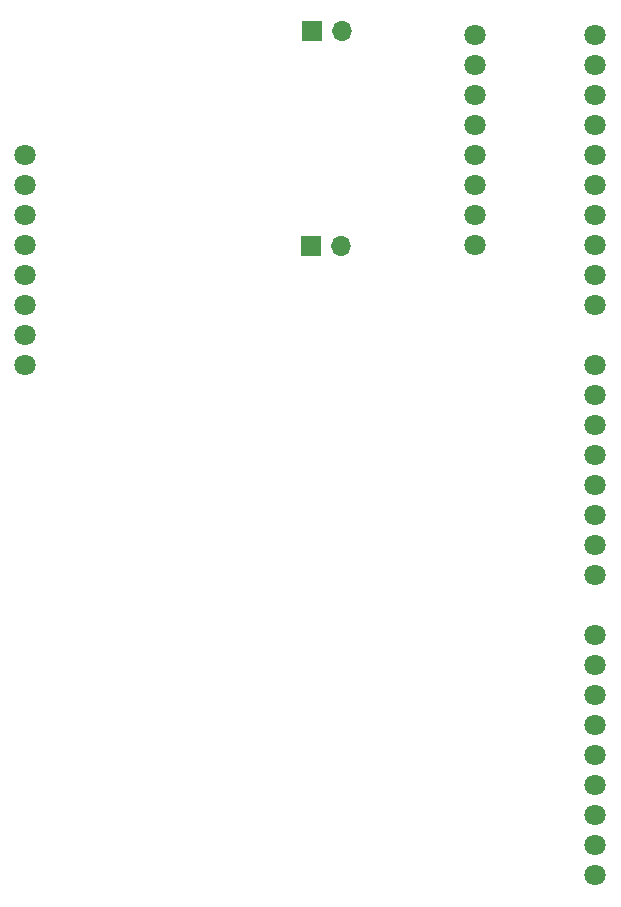
<source format=gbr>
%TF.GenerationSoftware,KiCad,Pcbnew,(6.0.4)*%
%TF.CreationDate,2022-07-09T16:45:46-05:00*%
%TF.ProjectId,BC805_nRF52_DK_shield_v002,42433830-355f-46e5-9246-35325f444b5f,rev?*%
%TF.SameCoordinates,Original*%
%TF.FileFunction,Soldermask,Bot*%
%TF.FilePolarity,Negative*%
%FSLAX46Y46*%
G04 Gerber Fmt 4.6, Leading zero omitted, Abs format (unit mm)*
G04 Created by KiCad (PCBNEW (6.0.4)) date 2022-07-09 16:45:46*
%MOMM*%
%LPD*%
G01*
G04 APERTURE LIST*
%ADD10C,1.800000*%
%ADD11R,1.700000X1.700000*%
%ADD12O,1.700000X1.700000*%
G04 APERTURE END LIST*
D10*
%TO.C,U1*%
X121600000Y-80490000D03*
X121600000Y-77950000D03*
X121600000Y-75410000D03*
X121600000Y-72870000D03*
X121600000Y-70330000D03*
X121600000Y-67790000D03*
X121600000Y-65250000D03*
X121600000Y-62710000D03*
X159700000Y-70330000D03*
X159700000Y-67790000D03*
X159700000Y-65250000D03*
X159700000Y-62710000D03*
X159700000Y-60170000D03*
X159700000Y-57630000D03*
X159700000Y-55090000D03*
X159700000Y-52550000D03*
X169860000Y-123670000D03*
X169860000Y-121130000D03*
X169860000Y-118590000D03*
X169860000Y-116050000D03*
X169860000Y-113510000D03*
X169860000Y-110970000D03*
X169860000Y-108430000D03*
X169860000Y-105890000D03*
X169860000Y-103350000D03*
X169860000Y-98270000D03*
X169860000Y-95730000D03*
X169860000Y-93190000D03*
X169860000Y-90650000D03*
X169860000Y-88110000D03*
X169860000Y-85570000D03*
X169860000Y-83030000D03*
X169860000Y-80490000D03*
X169860000Y-75410000D03*
X169860000Y-72870000D03*
X169860000Y-70330000D03*
X169860000Y-67790000D03*
X169860000Y-65250000D03*
X169860000Y-62710000D03*
X169860000Y-60170000D03*
X169860000Y-57630000D03*
X169860000Y-55090000D03*
X169860000Y-52550000D03*
%TD*%
D11*
%TO.C,J2*%
X145806600Y-70455000D03*
D12*
X148346600Y-70455000D03*
%TD*%
D11*
%TO.C,J1*%
X145831600Y-52271000D03*
D12*
X148371600Y-52271000D03*
%TD*%
M02*

</source>
